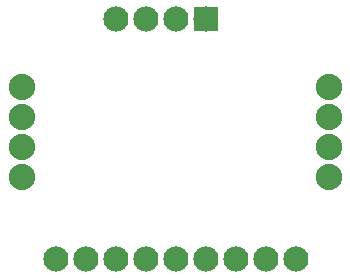
<source format=gbs>
G04 MADE WITH FRITZING*
G04 WWW.FRITZING.ORG*
G04 DOUBLE SIDED*
G04 HOLES PLATED*
G04 CONTOUR ON CENTER OF CONTOUR VECTOR*
%ASAXBY*%
%FSLAX23Y23*%
%MOIN*%
%OFA0B0*%
%SFA1.0B1.0*%
%ADD10C,0.084000*%
%ADD11C,0.088000*%
%ADD12R,0.084000X0.084000*%
%LNMASK0*%
G90*
G70*
G54D10*
X704Y888D03*
X604Y888D03*
X504Y888D03*
X404Y888D03*
X204Y88D03*
X304Y88D03*
X404Y88D03*
X504Y88D03*
X604Y88D03*
X704Y88D03*
X804Y88D03*
X904Y88D03*
X1004Y88D03*
G54D11*
X1113Y661D03*
X1113Y561D03*
X1113Y461D03*
X1113Y361D03*
X89Y661D03*
X89Y561D03*
X89Y461D03*
X89Y361D03*
G54D12*
X704Y888D03*
G04 End of Mask0*
M02*
</source>
